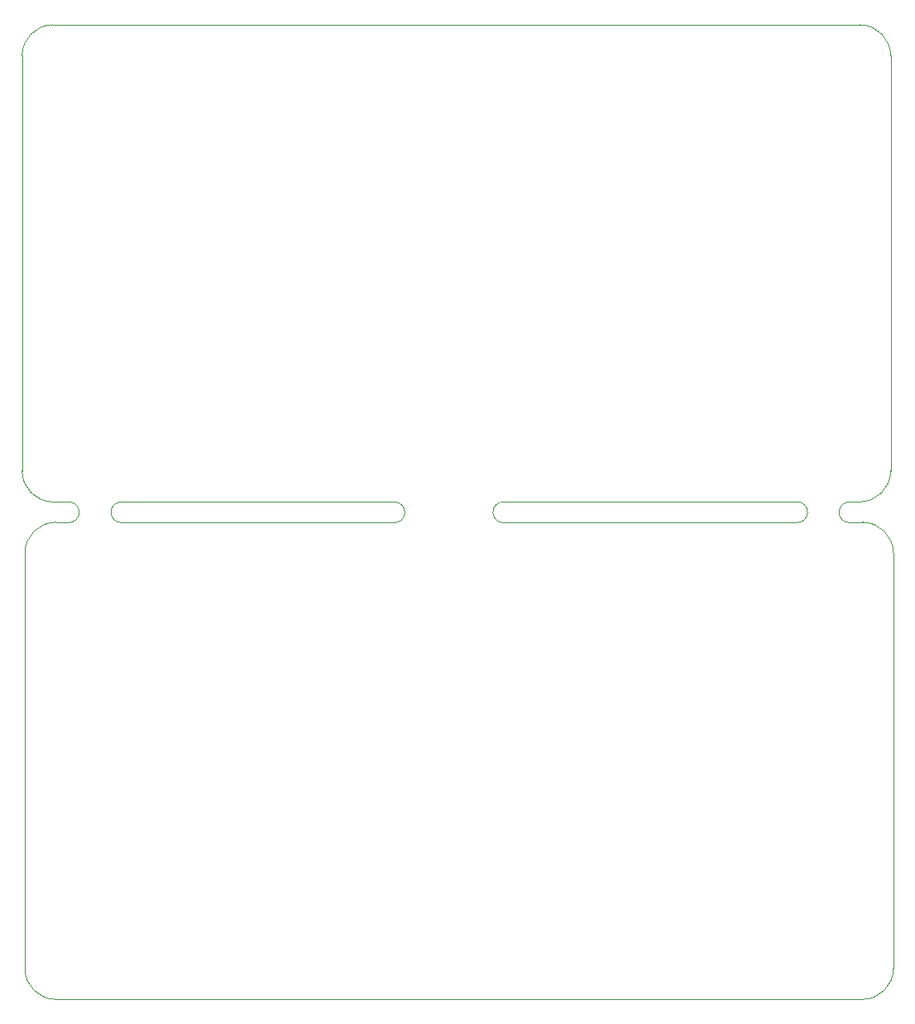
<source format=gbr>
G04 #@! TF.GenerationSoftware,KiCad,Pcbnew,8.0.2*
G04 #@! TF.CreationDate,2024-10-23T21:31:10+03:00*
G04 #@! TF.ProjectId,card_template,63617264-5f74-4656-9d70-6c6174652e6b,00*
G04 #@! TF.SameCoordinates,Original*
G04 #@! TF.FileFunction,Profile,NP*
%FSLAX46Y46*%
G04 Gerber Fmt 4.6, Leading zero omitted, Abs format (unit mm)*
G04 Created by KiCad (PCBNEW 8.0.2) date 2024-10-23 21:31:10*
%MOMM*%
%LPD*%
G01*
G04 APERTURE LIST*
G04 #@! TA.AperFunction,Profile*
%ADD10C,0.050000*%
G04 #@! TD*
G04 APERTURE END LIST*
D10*
X174244000Y-94615000D02*
G75*
G02*
X174244000Y-92488000I-36000J1063500D01*
G01*
X99733000Y-94615000D02*
G75*
G02*
X99733000Y-92488000I-36000J1063500D01*
G01*
X127611000Y-94619500D02*
X99733000Y-94615000D01*
X94289000Y-94612500D02*
X94011064Y-94570064D01*
X127611000Y-92492500D02*
G75*
G02*
X127611000Y-94619500I36000J-1063500D01*
G01*
X138817000Y-94615000D02*
G75*
G02*
X138817000Y-92488000I-36000J1063500D01*
G01*
X174244000Y-94615000D02*
X175545064Y-94570064D01*
X168831000Y-92482500D02*
G75*
G02*
X168831000Y-94609500I36000J-1063500D01*
G01*
X94288582Y-92485514D02*
G75*
G02*
X94289000Y-94612500I36418J-1063486D01*
G01*
X175260000Y-92488000D02*
X174244000Y-92488000D01*
X92710000Y-92488000D02*
X94289000Y-92485500D01*
X127611000Y-92492500D02*
X99733000Y-92488000D01*
X168831000Y-92482500D02*
X138817000Y-92488000D01*
X178435000Y-89313000D02*
G75*
G02*
X175260000Y-92488000I-3175000J0D01*
G01*
X92710000Y-92488000D02*
G75*
G02*
X89535000Y-89313000I0J3175000D01*
G01*
X89535000Y-46863000D02*
G75*
G02*
X92710000Y-43688000I3175000J0D01*
G01*
X175260000Y-43688000D02*
G75*
G02*
X178435000Y-46863000I0J-3175000D01*
G01*
X89535000Y-46863000D02*
X89535000Y-89313000D01*
X178435000Y-46863000D02*
X178435000Y-89313000D01*
X175260000Y-43688000D02*
X92710000Y-43688000D01*
X178720064Y-140195064D02*
X178720064Y-97745064D01*
X92995064Y-143370064D02*
G75*
G02*
X89820136Y-140195064I36J3174964D01*
G01*
X178720064Y-140195064D02*
G75*
G02*
X175545064Y-143370064I-3174964J-36D01*
G01*
X89820064Y-140195064D02*
X89820064Y-97745064D01*
X89820064Y-97745064D02*
G75*
G02*
X92995064Y-94570064I3175036J-36D01*
G01*
X138817000Y-94615000D02*
X168831000Y-94609500D01*
X92995064Y-94570064D02*
X94011064Y-94570064D01*
X175545064Y-94570064D02*
G75*
G02*
X178720136Y-97745064I36J-3175036D01*
G01*
X92995064Y-143370064D02*
X175545064Y-143370064D01*
M02*

</source>
